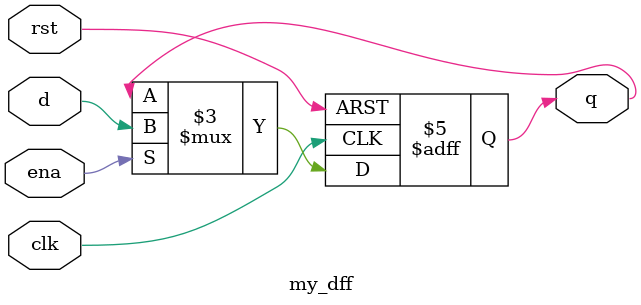
<source format=v>
module my_dff                	

(
    input clk,    // Clock
    input rst,    // Reset
    input ena,    // Enable
    input d,		// Parallel Output 
	 output reg q		// Parallel Output 	
); 
	
always @ (posedge clk or posedge rst) 
begin
	if (rst)
		q <= 0;
	else
		if (ena)
			q <= d;
		else
			q <= q;
end

endmodule
</source>
